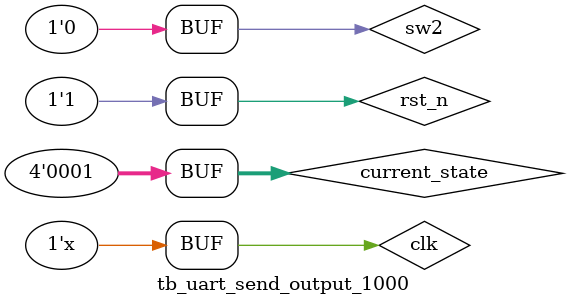
<source format=sv>
module tb_uart_send_output_1000;

logic clk;
logic rst_n;
logic [3:0] current_state;
assign current_state = 4'd1;
logic sw2;

initial begin
clk   = 1'b1;
rst_n = 1'b0;
sw2 = 1'b0;
#200 rst_n = 1'b1;
#200 sw2 = 1'b1;
#300 sw2 = 1'b0;

end
always#2.5 clk = ~clk;

logic send_en;
logic [7:0]send_data;


uart_send_output_1000_sv u_uart_send1(
.   clk           (clk),
.   rst_n         (rst_n),
.   current_state (current_state),
.   sw2           (sw2),
.   send_en       (send_en),                   //·¢ËÍÊ¹ÄÜÐÅºÅ
.   send_data     (send_data)             //´ý·¢ËÍÊý¾Ý
);
wire tx_busy;
wire tx_vld;
wire [7:0] tx_data;
uart_loop u_uart_loop(
.  sys_clk    (clk) ,                   //ÏµÍ³Ê±ÖÓ
.  sys_rst_n  (rst_n) ,                 //ÏµÍ³¸´Î»£¬µÍµçÆ½ÓÐÐ§
.  recv_done  (send_en) ,                 //½ÓÊÕÒ»Ö¡Êý¾ÝÍê³É±êÖ¾
.  recv_data  (send_data) ,                 //½ÓÊÕµÄÊý¾Ý
.  tx_busy    (tx_busy) ,                   //·¢ËÍÃ¦×´Ì¬±êÖ¾      
.  send_en    (tx_vld) ,                   //·¢ËÍÊ¹ÄÜÐÅºÅ
.  send_data  (tx_data)                //´ý·¢ËÍÊý¾Ý
 );
 wire txd;
 uart_send u_uart_send2(
.   sys_clk      (clk),                  //ÏµÍ³Ê±ÖÓ
.   sys_rst_n    (rst_n),                //ÏµÍ³¸´Î»£¬µÍµçÆ½ÓÐÐ§
.   uart_en      (tx_vld),                  //·¢ËÍÊ¹ÄÜÐÅºÅ
.   uart_din     (tx_data),                 //´ý·¢ËÍÊý¾Ý
.   uart_tx_busy (tx_busy),             //·¢ËÍÃ¦×´Ì¬±êÖ¾      
.   uart_txd     (txd)             //UART·¢ËÍ¶Ë¿Ú
 );
 
 wire rx_done;
 wire [7:0]rx_data;
 uart_recv u_uart_r(
.	     sys_clk   (clk)  ,                  //ÏµÍ³Ê±ÖÓ
.        sys_rst_n (rst_n)  ,                //ÏµÍ³¸´Î»£¬µÍµçÆ½ÓÐÐ§
.        uart_rxd  (txd)  ,                 //UART½ÓÊÕ¶Ë¿Ú
.        uart_done (rx_done)  ,                //½ÓÊÕÒ»Ö¡Êý¾ÝÍê³É±êÖ¾
.        uart_data (rx_data)               //½ÓÊÕµÄÊý¾Ý
    );

endmodule

</source>
